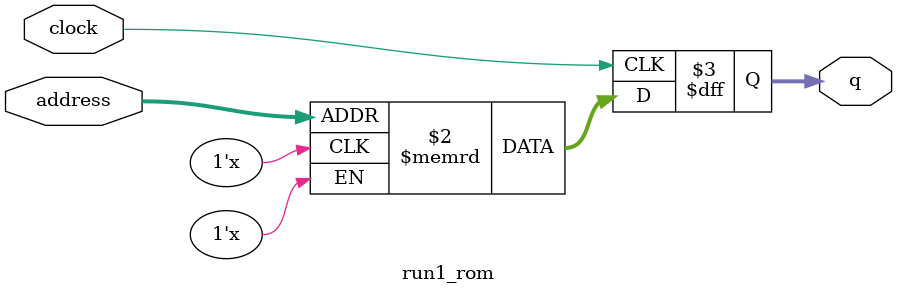
<source format=sv>
module run1_rom (
	input logic clock,
	input logic [11:0] address,
	output logic [3:0] q
);

logic [3:0] memory [0:2399] /* synthesis ram_init_file = "./run1/run1.mif" */;

always_ff @ (posedge clock) begin
	q <= memory[address];
end

endmodule

</source>
